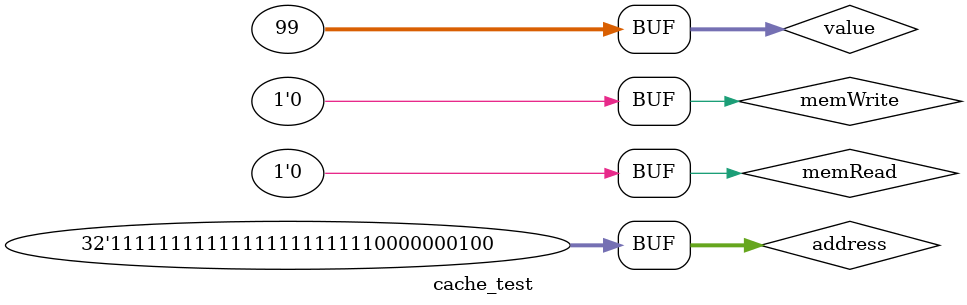
<source format=v>
`include "constant.v"

module cache_test;
	reg[31:0]value;
	reg[31:0]address;
	reg memRead;
	reg memWrite;
	wire[31:0]out;
	wire hit;
	wire led0;
	wire led1;
	wire led2;
	wire led3;

	cache cache1(memRead, memWrite,value,address,out,hit,led0,led1,led2,led3);

	initial
	begin
		memRead = 1;
		address = 32'b10100;
		#10;
		//Read block 5
		memRead = 1;
		address = 32'b11111111111111111111110000010100;
		#10;
		//write to block 7
		memRead = 0;
		memWrite = 1;
		value = 99;
		address = 32'b11111111111111111111110000011100;
		#10;
		//read block 7 (should lane a hit)
		memRead = 1;
		memWrite = 0;
		address = 32'b11111111111111111111110000011100;
		#10;
		//read block
		memRead = 1;
		memWrite = 0;
		address = 32'b11111111111111111111110000011100;
		#10;
		//read block 1
		memRead = 1;
		memWrite = 0;
		address = 32'b11111111111111111111110000000100;
		#10;
		memRead = 0;
		memWrite =0;
	end
endmodule
</source>
